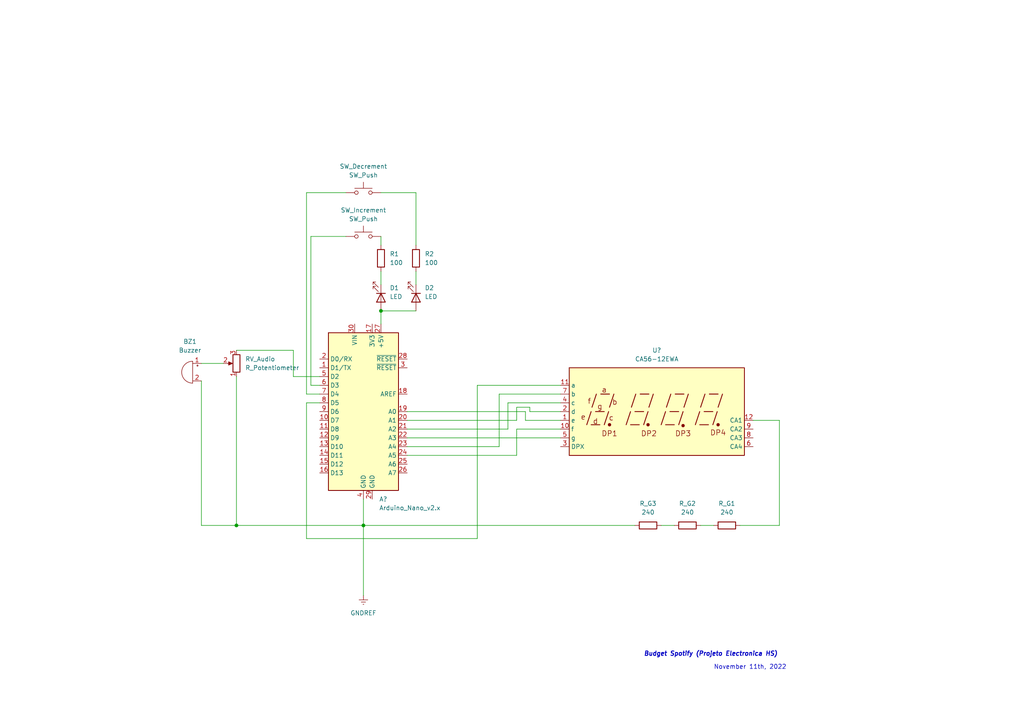
<source format=kicad_sch>
(kicad_sch (version 20211123) (generator eeschema)
  (paper "A4")
  (lib_symbols
    (symbol "Device:Buzzer" (pin_names (offset 0.0254) hide)
      (property "Reference" "BZ" (at 3.81 1.27 0))
      (property "Value" "Buzzer" (at 3.81 -1.27 0))
      (symbol "Buzzer_0_1"
        (arc (start 0 -3.175) (mid 3.175 0) (end 0 3.175))
        (polyline (pts (xy -1.651 1.905) (xy -1.143 1.905)))
        (polyline (pts (xy -1.397 2.159) (xy -1.397 1.651)))
        (polyline (pts (xy 0 3.175) (xy 0 -3.175)))
      )
      (symbol "Buzzer_1_1"
        (pin passive line (at -2.54 2.54 0) (length 2.54) (name "-") (number "1"))
        (pin passive line (at -2.54 -2.54 0) (length 2.54) (name "+") (number "2"))
      )
    )
    (symbol "Device:LED" (pin_numbers hide) (pin_names (offset 1.016) hide)
      (property "Reference" "D" (at 0 2.54 0))
      (property "Value" "LED" (at 0 -2.54 0))
      (symbol "LED_0_1"
        (polyline (pts (xy -1.27 -1.27) (xy -1.27 1.27)) (stroke (width 0.254)))
        (polyline (pts (xy -1.27 0) (xy 1.27 0)))
        (polyline (pts (xy 1.27 -1.27) (xy 1.27 1.27) (xy -1.27 0) (xy 1.27 -1.27)) (stroke (width 0.254)))
        (polyline (pts (xy -3.048 -0.762) (xy -4.572 -2.286) (xy -3.81 -2.286) (xy -4.572 -2.286) (xy -4.572 -1.524)))
        (polyline (pts (xy -1.778 -0.762) (xy -3.302 -2.286) (xy -2.54 -2.286) (xy -3.302 -2.286) (xy -3.302 -1.524)))
      )
      (symbol "LED_1_1"
        (pin passive line (at -3.81 0 0) (length 2.54) (name "K") (number "1"))
        (pin passive line (at 3.81 0 180) (length 2.54) (name "A") (number "2"))
      )
    )
    (symbol "Device:R" (pin_numbers hide) (pin_names (offset 0))
      (property "Reference" "R" (at 2.032 0 90))
      (property "Value" "R" (at 0 0 90))
      (symbol "R_0_1"
        (rectangle (start -1.016 -2.54) (end 1.016 2.54) (stroke (width 0.254)))
      )
      (symbol "R_1_1"
        (pin passive line (at 0 3.81 270) (length 1.27) (name "~") (number "1"))
        (pin passive line (at 0 -3.81 90) (length 1.27) (name "~") (number "2"))
      )
    )
    (symbol "Device:R_Potentiometer" (pin_names (offset 1.016) hide)
      (property "Reference" "RV" (at -4.445 0 90))
      (property "Value" "R_Potentiometer" (at -2.54 0 90))
      (symbol "R_Potentiometer_0_1"
        (polyline (pts (xy 2.54 0) (xy 1.524 0)))
        (polyline (pts (xy 1.143 0) (xy 2.286 0.508) (xy 2.286 -0.508) (xy 1.143 0)) (fill (type outline)))
        (rectangle (start 1.016 2.54) (end -1.016 -2.54) (stroke (width 0.254)))
      )
      (symbol "R_Potentiometer_1_1"
        (pin passive line (at 0 3.81 270) (length 1.27) (name "1") (number "1"))
        (pin passive line (at 3.81 0 180) (length 1.27) (name "2") (number "2"))
        (pin passive line (at 0 -3.81 90) (length 1.27) (name "3") (number "3"))
      )
    )
    (symbol "Display_Character:CA56-12EWA"
      (property "Reference" "U" (at -24.13 13.97 0))
      (property "Value" "CA56-12EWA" (at 19.05 13.97 0))
      (symbol "CA56-12EWA_0_0"
        (rectangle (start -25.4 12.7) (end 25.4 -12.7) (stroke (width 0.254)) (fill (type background)))
        (polyline (pts (xy -20.32 -3.81) (xy -19.05 0)) (stroke (width 0.254)))
        (polyline (pts (xy -19.05 -3.81) (xy -16.51 -3.81)) (stroke (width 0.254)))
        (polyline (pts (xy -18.796 1.27) (xy -17.526 5.08)) (stroke (width 0.254)))
        (polyline (pts (xy -17.78 0) (xy -15.24 0)) (stroke (width 0.254)))
        (polyline (pts (xy -16.256 5.08) (xy -13.716 5.08)) (stroke (width 0.254)))
        (polyline (pts (xy -15.24 -3.81) (xy -13.97 0)) (stroke (width 0.254)))
        (polyline (pts (xy -13.716 1.27) (xy -12.446 5.08)) (stroke (width 0.254)))
        (polyline (pts (xy -8.89 -3.81) (xy -7.62 0)) (stroke (width 0.254)))
        (polyline (pts (xy -7.62 -3.81) (xy -5.08 -3.81)) (stroke (width 0.254)))
        (polyline (pts (xy -7.366 1.27) (xy -6.096 5.08)) (stroke (width 0.254)))
        (polyline (pts (xy -6.35 0) (xy -3.81 0)) (stroke (width 0.254)))
        (polyline (pts (xy -4.826 5.08) (xy -2.286 5.08)) (stroke (width 0.254)))
        (polyline (pts (xy -3.81 -3.81) (xy -2.54 0)) (stroke (width 0.254)))
        (polyline (pts (xy -2.286 1.27) (xy -1.016 5.08)) (stroke (width 0.254)))
        (polyline (pts (xy 1.27 -3.81) (xy 2.54 0)) (stroke (width 0.254)))
        (polyline (pts (xy 2.54 -3.81) (xy 5.08 -3.81)) (stroke (width 0.254)))
        (polyline (pts (xy 2.794 1.27) (xy 4.064 5.08)) (stroke (width 0.254)))
        (polyline (pts (xy 3.81 0) (xy 6.35 0)) (stroke (width 0.254)))
        (polyline (pts (xy 5.334 5.08) (xy 7.874 5.08)) (stroke (width 0.254)))
        (polyline (pts (xy 6.35 -3.81) (xy 7.62 0)) (stroke (width 0.254)))
        (polyline (pts (xy 7.874 1.27) (xy 9.144 5.08)) (stroke (width 0.254)))
        (polyline (pts (xy 11.176 -3.81) (xy 12.446 0)) (stroke (width 0.254)))
        (polyline (pts (xy 12.446 -3.81) (xy 14.986 -3.81)) (stroke (width 0.254)))
        (polyline (pts (xy 12.7 1.27) (xy 13.97 5.08)) (stroke (width 0.254)))
        (polyline (pts (xy 13.716 0) (xy 16.256 0)) (stroke (width 0.254)))
        (polyline (pts (xy 15.24 5.08) (xy 17.78 5.08)) (stroke (width 0.254)))
        (polyline (pts (xy 16.256 -3.81) (xy 17.526 0)) (stroke (width 0.254)))
        (polyline (pts (xy 17.78 1.27) (xy 19.05 5.08)) (stroke (width 0.254)))
        (text "a" (at -15.24 6.35 0) (effects (font (size 1.524 1.524))))
        (text "b" (at -12.192 2.794 0) (effects (font (size 1.524 1.524))))
        (text "c" (at -13.208 -1.778 0) (effects (font (size 1.524 1.524))))
        (text "d" (at -17.78 -2.794 0) (effects (font (size 1.524 1.524))))
        (text "DP1" (at -13.716 -6.35 0) (effects (font (size 1.524 1.524))))
        (text "DP2" (at -2.286 -6.35 0) (effects (font (size 1.524 1.524))))
        (text "DP3" (at 7.62 -6.35 0) (effects (font (size 1.524 1.524))))
        (text "DP4" (at 17.78 -6.096 0) (effects (font (size 1.524 1.524))))
        (text "e" (at -21.336 -1.524 0) (effects (font (size 1.524 1.524))))
        (text "f" (at -19.558 3.048 0) (effects (font (size 1.524 1.524))))
        (text "g" (at -16.51 1.524 0) (effects (font (size 1.524 1.524))))
      )
      (symbol "CA56-12EWA_0_1"
        (circle (center -13.716 -3.81) (radius 0.3556) (stroke (width 0.254)) (fill (type outline)))
        (circle (center -2.54 -3.81) (radius 0.3556) (stroke (width 0.254)) (fill (type outline)))
      )
      (symbol "CA56-12EWA_1_0"
        (circle (center 7.62 -4.064) (radius 0.3556) (stroke (width 0.254)) (fill (type outline)))
        (circle (center 17.78 -3.81) (radius 0.3556) (stroke (width 0.254)) (fill (type outline)))
      )
      (symbol "CA56-12EWA_1_1"
        (pin input line (at -27.94 -2.54 0) (length 2.54) (name "e") (number "1"))
        (pin input line (at -27.94 -5.08 0) (length 2.54) (name "f") (number "10"))
        (pin input line (at -27.94 7.62 0) (length 2.54) (name "a") (number "11"))
        (pin input line (at 27.94 -2.54 180) (length 2.54) (name "CA1") (number "12"))
        (pin input line (at -27.94 0 0) (length 2.54) (name "d") (number "2"))
        (pin input line (at -27.94 -10.16 0) (length 2.54) (name "DPX") (number "3"))
        (pin input line (at -27.94 2.54 0) (length 2.54) (name "c") (number "4"))
        (pin input line (at -27.94 -7.62 0) (length 2.54) (name "g") (number "5"))
        (pin input line (at 27.94 -10.16 180) (length 2.54) (name "CA4") (number "6"))
        (pin input line (at -27.94 5.08 0) (length 2.54) (name "b") (number "7"))
        (pin input line (at 27.94 -7.62 180) (length 2.54) (name "CA3") (number "8"))
        (pin input line (at 27.94 -5.08 180) (length 2.54) (name "CA2") (number "9"))
      )
    )
    (symbol "MCU_Module:Arduino_Nano_v2.x"
      (property "Reference" "A" (at -10.16 23.495 0))
      (property "Value" "Arduino_Nano_v2.x" (at 5.08 -24.13 0))
      (symbol "Arduino_Nano_v2.x_0_1"
        (rectangle (start -10.16 22.86) (end 10.16 -22.86) (stroke (width 0.254)) (fill (type background)))
      )
      (symbol "Arduino_Nano_v2.x_1_1"
        (pin bidirectional line (at -12.7 12.7 0) (length 2.54) (name "D1/TX") (number "1"))
        (pin bidirectional line (at -12.7 -2.54 0) (length 2.54) (name "D7") (number "10"))
        (pin bidirectional line (at -12.7 -5.08 0) (length 2.54) (name "D8") (number "11"))
        (pin bidirectional line (at -12.7 -7.62 0) (length 2.54) (name "D9") (number "12"))
        (pin bidirectional line (at -12.7 -10.16 0) (length 2.54) (name "D10") (number "13"))
        (pin bidirectional line (at -12.7 -12.7 0) (length 2.54) (name "D11") (number "14"))
        (pin bidirectional line (at -12.7 -15.24 0) (length 2.54) (name "D12") (number "15"))
        (pin bidirectional line (at -12.7 -17.78 0) (length 2.54) (name "D13") (number "16"))
        (pin power_out line (at 2.54 25.4 270) (length 2.54) (name "3V3") (number "17"))
        (pin input line (at 12.7 5.08 180) (length 2.54) (name "AREF") (number "18"))
        (pin bidirectional line (at 12.7 0 180) (length 2.54) (name "A0") (number "19"))
        (pin bidirectional line (at -12.7 15.24 0) (length 2.54) (name "D0/RX") (number "2"))
        (pin bidirectional line (at 12.7 -2.54 180) (length 2.54) (name "A1") (number "20"))
        (pin bidirectional line (at 12.7 -5.08 180) (length 2.54) (name "A2") (number "21"))
        (pin bidirectional line (at 12.7 -7.62 180) (length 2.54) (name "A3") (number "22"))
        (pin bidirectional line (at 12.7 -10.16 180) (length 2.54) (name "A4") (number "23"))
        (pin bidirectional line (at 12.7 -12.7 180) (length 2.54) (name "A5") (number "24"))
        (pin bidirectional line (at 12.7 -15.24 180) (length 2.54) (name "A6") (number "25"))
        (pin bidirectional line (at 12.7 -17.78 180) (length 2.54) (name "A7") (number "26"))
        (pin power_out line (at 5.08 25.4 270) (length 2.54) (name "+5V") (number "27"))
        (pin input line (at 12.7 15.24 180) (length 2.54) (name "~{RESET}") (number "28"))
        (pin power_in line (at 2.54 -25.4 90) (length 2.54) (name "GND") (number "29"))
        (pin input line (at 12.7 12.7 180) (length 2.54) (name "~{RESET}") (number "3"))
        (pin power_in line (at -2.54 25.4 270) (length 2.54) (name "VIN") (number "30"))
        (pin power_in line (at 0 -25.4 90) (length 2.54) (name "GND") (number "4"))
        (pin bidirectional line (at -12.7 10.16 0) (length 2.54) (name "D2") (number "5"))
        (pin bidirectional line (at -12.7 7.62 0) (length 2.54) (name "D3") (number "6"))
        (pin bidirectional line (at -12.7 5.08 0) (length 2.54) (name "D4") (number "7"))
        (pin bidirectional line (at -12.7 2.54 0) (length 2.54) (name "D5") (number "8"))
        (pin bidirectional line (at -12.7 0 0) (length 2.54) (name "D6") (number "9"))
      )
    )
    (symbol "Switch:SW_Push" (pin_numbers hide) (pin_names (offset 1.016) hide)
      (property "Reference" "SW" (at 1.27 2.54 0))
      (property "Value" "SW_Push" (at 0 -1.524 0))
      (symbol "SW_Push_0_1"
        (circle (center -2.032 0) (radius 0.508))
        (polyline (pts (xy 0 1.27) (xy 0 3.048)))
        (polyline (pts (xy 2.54 1.27) (xy -2.54 1.27)))
        (circle (center 2.032 0) (radius 0.508))
        (pin passive line (at -5.08 0 0) (length 2.54) (name "1") (number "1"))
        (pin passive line (at 5.08 0 180) (length 2.54) (name "2") (number "2"))
      )
    )
    (symbol "power:GNDREF" (power) (pin_names (offset 0))
      (property "Value" "GNDREF" (at 0 -3.81 0))
      (symbol "GNDREF_0_1"
        (polyline (pts (xy -0.635 -1.905) (xy 0.635 -1.905)))
        (polyline (pts (xy -0.127 -2.54) (xy 0.127 -2.54)))
        (polyline (pts (xy 0 -1.27) (xy 0 0)))
        (polyline (pts (xy 1.27 -1.27) (xy -1.27 -1.27)))
      )
      (symbol "GNDREF_1_1"
        (pin power_in line (at 0 0 270) (length 0) hide (name "GNDREF") (number "1"))
      )
    )
  )
  (junction (at 110.49 90.17))
  (junction (at 68.58 152.4))
  (junction (at 105.41 152.4))
  (wire (pts (xy 92.71 116.84) (xy 88.9 116.84)))
  (wire (pts (xy 110.49 90.17) (xy 120.65 90.17)))
  (wire (pts (xy 88.9 156.21) (xy 138.43 156.21)))
  (wire (pts (xy 118.11 129.54) (xy 144.78 129.54)))
  (wire (pts (xy 68.58 109.22) (xy 68.58 152.4)))
  (wire (pts (xy 144.78 114.3) (xy 162.56 114.3)))
  (wire (pts (xy 100.33 68.58) (xy 90.17 68.58)))
  (wire (pts (xy 152.4 121.92) (xy 162.56 121.92)))
  (wire (pts (xy 149.86 121.92) (xy 149.86 118.11)))
  (wire (pts (xy 100.33 55.88) (xy 88.9 55.88)))
  (wire (pts (xy 105.41 152.4) (xy 184.15 152.4)))
  (wire (pts (xy 191.77 152.4) (xy 195.58 152.4)))
  (wire (pts (xy 110.49 55.88) (xy 120.65 55.88)))
  (wire (pts (xy 110.49 90.17) (xy 110.49 93.98)))
  (wire (pts (xy 68.58 152.4) (xy 105.41 152.4)))
  (wire (pts (xy 110.49 68.58) (xy 110.49 71.12)))
  (wire (pts (xy 85.09 101.6) (xy 85.09 109.22)))
  (wire (pts (xy 149.86 118.11) (xy 153.67 118.11)))
  (wire (pts (xy 214.63 152.4) (xy 226.06 152.4)))
  (wire (pts (xy 68.58 101.6) (xy 85.09 101.6)))
  (wire (pts (xy 88.9 116.84) (xy 88.9 156.21)))
  (wire (pts (xy 147.32 116.84) (xy 162.56 116.84)))
  (wire (pts (xy 118.11 119.38) (xy 152.4 119.38)))
  (wire (pts (xy 85.09 109.22) (xy 92.71 109.22)))
  (wire (pts (xy 153.67 118.11) (xy 153.67 119.38)))
  (wire (pts (xy 58.42 152.4) (xy 68.58 152.4)))
  (wire (pts (xy 118.11 121.92) (xy 149.86 121.92)))
  (wire (pts (xy 58.42 110.49) (xy 58.42 152.4)))
  (wire (pts (xy 58.42 105.41) (xy 64.77 105.41)))
  (wire (pts (xy 105.41 152.4) (xy 105.41 172.72)))
  (wire (pts (xy 152.4 119.38) (xy 152.4 121.92)))
  (wire (pts (xy 144.78 114.3) (xy 144.78 129.54)))
  (wire (pts (xy 203.2 152.4) (xy 207.01 152.4)))
  (wire (pts (xy 120.65 55.88) (xy 120.65 71.12)))
  (wire (pts (xy 138.43 111.76) (xy 162.56 111.76)))
  (wire (pts (xy 226.06 121.92) (xy 226.06 152.4)))
  (wire (pts (xy 105.41 144.78) (xy 105.41 152.4)))
  (wire (pts (xy 110.49 78.74) (xy 110.49 82.55)))
  (wire (pts (xy 118.11 127) (xy 162.56 127)))
  (wire (pts (xy 149.86 124.46) (xy 162.56 124.46)))
  (wire (pts (xy 120.65 78.74) (xy 120.65 82.55)))
  (wire (pts (xy 149.86 132.08) (xy 149.86 124.46)))
  (wire (pts (xy 153.67 119.38) (xy 162.56 119.38)))
  (wire (pts (xy 118.11 124.46) (xy 147.32 124.46)))
  (wire (pts (xy 138.43 156.21) (xy 138.43 111.76)))
  (wire (pts (xy 88.9 114.3) (xy 92.71 114.3)))
  (wire (pts (xy 118.11 132.08) (xy 149.86 132.08)))
  (wire (pts (xy 90.17 111.76) (xy 92.71 111.76)))
  (wire (pts (xy 218.44 121.92) (xy 226.06 121.92)))
  (wire (pts (xy 147.32 124.46) (xy 147.32 116.84)))
  (wire (pts (xy 90.17 68.58) (xy 90.17 111.76)))
  (wire (pts (xy 88.9 55.88) (xy 88.9 114.3)))
  (text "November 11th, 2022" (at 207.01 194.31 0) (effects (font (size 1.27 1.27)) (justify left bottom)))
  (text "Budget Spotify (Projeto Electronica HS)" (at 186.69 190.5 0) (effects (font (size 1.27 1.27) (thickness 0.254) bold italic) (justify left bottom)))
  (symbol (lib_id "Device:R") (at 210.82 152.4 90) (unit 1)
    (property "Reference" "R_G1" (at 210.82 146.05 90))
    (property "Value" "240" (at 210.82 148.59 90))
  )
  (symbol (lib_id "Device:R_Potentiometer") (at 68.58 105.41 180) (unit 1)
    (property "Reference" "RV_Audio" (at 71.12 104.1399 0) (effects (justify right)))
    (property "Value" "R_Potentiometer" (at 71.12 106.6799 0) (effects (justify right)))
  )
  (symbol (lib_id "Device:LED") (at 120.65 86.36 270) (unit 1)
    (property "Reference" "D2" (at 123.19 83.5024 90) (effects (justify left)))
    (property "Value" "LED" (at 123.19 86.0424 90) (effects (justify left)))
  )
  (symbol (lib_id "Display_Character:CA56-12EWA") (at 190.5 119.38 0) (unit 1)
    (property "Reference" "U?" (at 190.5 101.6 0))
    (property "Value" "CA56-12EWA" (at 190.5 104.14 0))
    (property "Footprint" "Display_7Segment:CA56-12EWA" (effects hide))
    (property "Datasheet" "http://www.kingbrightusa.com/images/catalog/SPEC/CA56-12EWA.pdf" (effects hide))
  )
  (symbol (lib_id "Device:R") (at 187.96 152.4 90) (unit 1)
    (property "Reference" "R_G3" (at 187.96 146.05 90))
    (property "Value" "240" (at 187.96 148.59 90))
  )
  (symbol (lib_id "Device:Buzzer") (at 55.88 107.95 0) (mirror y) (unit 1)
    (property "Reference" "BZ1" (at 55.118 99.06 0))
    (property "Value" "Buzzer" (at 55.118 101.6 0))
  )
  (symbol (lib_id "Device:R") (at 120.65 74.93 0) (unit 1)
    (property "Reference" "R2" (at 123.19 73.6599 0) (effects (justify left)))
    (property "Value" "100" (at 123.19 76.1999 0) (effects (justify left)))
  )
  (symbol (lib_id "Device:R") (at 199.39 152.4 90) (unit 1)
    (property "Reference" "R_G2" (at 199.39 146.05 90))
    (property "Value" "240" (at 199.39 148.59 90))
  )
  (symbol (lib_id "Device:R") (at 110.49 74.93 0) (unit 1)
    (property "Reference" "R1" (at 113.03 73.6599 0) (effects (justify left)))
    (property "Value" "100" (at 113.03 76.1999 0) (effects (justify left)))
  )
  (symbol (lib_id "Switch:SW_Push") (at 105.41 68.58 0) (unit 1)
    (property "Reference" "SW_Increment" (at 105.41 60.96 0))
    (property "Value" "SW_Push" (at 105.41 63.5 0))
  )
  (symbol (lib_id "Switch:SW_Push") (at 105.41 55.88 0) (unit 1)
    (property "Reference" "SW_Decrement" (at 105.41 48.26 0))
    (property "Value" "SW_Push" (at 105.41 50.8 0))
  )
  (symbol (lib_id "MCU_Module:Arduino_Nano_v2.x") (at 105.41 119.38 0) (unit 1)
    (property "Reference" "A?" (at 109.9694 144.78 0) (effects (justify left)))
    (property "Value" "Arduino_Nano_v2.x" (at 109.9694 147.32 0) (effects (justify left)))
    (property "Footprint" "Module:Arduino_Nano" (effects hide))
    (property "Datasheet" "https://www.arduino.cc/en/uploads/Main/ArduinoNanoManual23.pdf" (effects hide))
  )
  (symbol (lib_id "power:GNDREF") (at 105.41 172.72 0) (unit 1)
    (property "Reference" "#PWR?" (effects hide))
    (property "Value" "GNDREF" (at 105.41 177.8 0))
  )
  (symbol (lib_id "Device:LED") (at 110.49 86.36 270) (unit 1)
    (property "Reference" "D1" (at 113.03 83.5024 90) (effects (justify left)))
    (property "Value" "LED" (at 113.03 86.0424 90) (effects (justify left)))
  )
)
</source>
